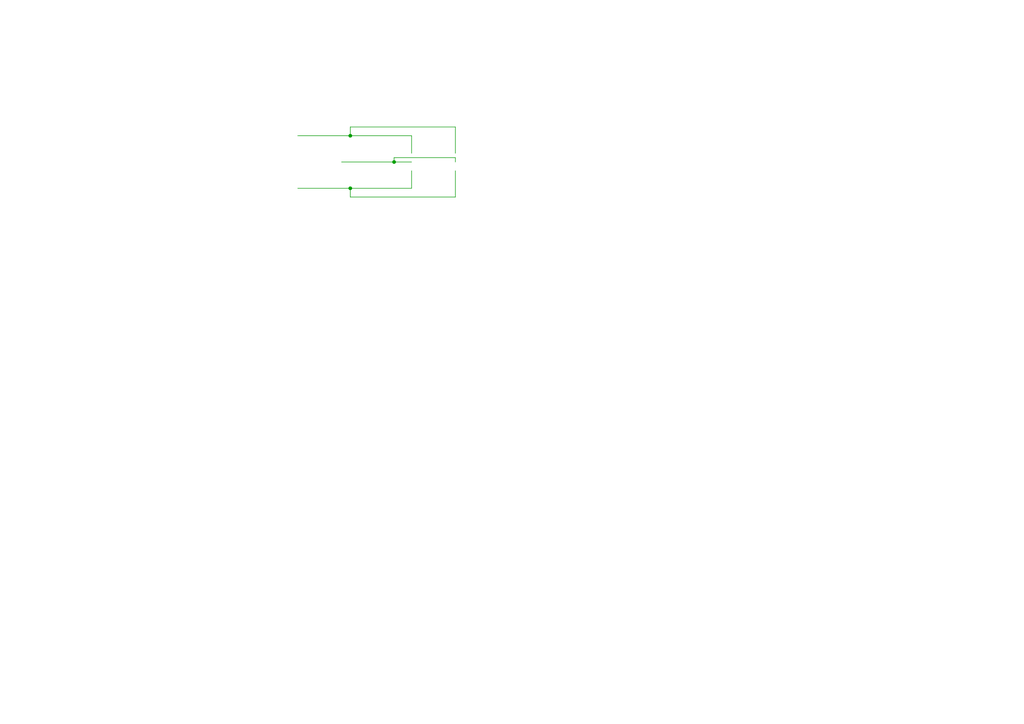
<source format=kicad_sch>
(kicad_sch (version 20230121) (generator eeschema)
  (paper "A4")
  (lib_symbols)
  (junction (at 114.3 46.99))
  (junction (at 101.6 54.61))
  (junction (at 101.6 39.37))
  (wire (pts (xy 132.08 45.72) (xy 114.3 45.72)))
  (wire (pts (xy 101.6 57.15) (xy 101.6 54.61)))
  (wire (pts (xy 132.08 36.83) (xy 101.6 36.83)))
  (wire (pts (xy 119.38 39.37) (xy 119.38 44.45)))
  (wire (pts (xy 101.6 36.83) (xy 101.6 39.37)))
  (wire (pts (xy 114.3 45.72) (xy 114.3 46.99)))
  (wire (pts (xy 132.08 44.45) (xy 132.08 36.83)))
  (wire (pts (xy 86.36 54.61) (xy 101.6 54.61)))
  (wire (pts (xy 101.6 39.37) (xy 119.38 39.37)))
  (wire (pts (xy 114.3 46.99) (xy 119.38 46.99)))
  (wire (pts (xy 119.38 54.61) (xy 119.38 49.53)))
  (wire (pts (xy 86.36 39.37) (xy 101.6 39.37)))
  (wire (pts (xy 101.6 54.61) (xy 119.38 54.61)))
  (wire (pts (xy 99.06 46.99) (xy 114.3 46.99)))
  (wire (pts (xy 132.08 46.99) (xy 132.08 45.72)))
  (wire (pts (xy 132.08 49.53) (xy 132.08 57.15)))
  (wire (pts (xy 132.08 57.15) (xy 101.6 57.15)))
  (symbol (lib_id "CONN_01X01") (at 36.83 59.69 270) (unit 1)
    (property "Reference" "P2" (at 39.37 59.69 0))
    (property "Value" "CONN_01X01" (at 36.83 62.23 90))
    (property "Footprint" "Connectors:Banana_Socket_Shrouded_Multi-Conntact_SLB4" (effects hide))
  )
  (symbol (lib_id "CONN_01X01") (at 36.83 34.29 90) (unit 1)
    (property "Reference" "P1" (at 34.29 34.29 0))
    (property "Value" "CONN_01X01" (at 36.83 31.75 90))
    (property "Footprint" "Connectors:Banana_Socket_Shrouded_Multi-Conntact_SLB4" (effects hide))
  )
  (symbol (lib_id "CONN_01X01") (at 44.45 46.99 180) (unit 1)
    (property "Reference" "P3" (at 44.45 49.53 0))
    (property "Value" "CONN_01X01" (at 41.91 46.99 90))
    (property "Footprint" "Connectors:Banana_Socket_Shrouded_Multi-Conntact_SLB4" (effects hide))
  )
  (symbol (lib_id "CONN_01X01") (at 101.6 59.69 270) (unit 1)
    (property "Reference" "P9" (at 104.14 59.69 0))
    (property "Value" "CONN_01X01" (at 101.6 62.23 90))
    (property "Footprint" "Connectors:Spade_6.3mm" (effects hide))
  )
  (symbol (lib_id "CONN_01X01") (at 101.6 34.29 90) (unit 1)
    (property "Reference" "P8" (at 99.06 34.29 0))
    (property "Value" "CONN_01X01" (at 101.6 31.75 90))
    (property "Footprint" "Connectors:Spade_6.3mm" (effects hide))
  )
  (symbol (lib_id "CONN_01X01") (at 109.22 46.99 180) (unit 1)
    (property "Reference" "P10" (at 109.22 49.53 0))
    (property "Value" "CONN_01X01" (at 106.68 46.99 90))
    (property "Footprint" "Connectors:Spade_6.3mm" (effects hide))
  )
  (symbol (lib_id "CONN_02X03") (at 125.73 46.99 0) (unit 1)
    (property "Reference" "P4" (at 125.73 41.91 0))
    (property "Value" "CONN_02X03" (at 125.73 52.07 0))
    (property "Footprint" "Socket_Strips:Socket_Strip_Straight_2x03" (effects hide))
  )
  (symbol (lib_id "CONN_01X01") (at 86.36 59.69 270) (unit 1)
    (property "Reference" "P6" (at 88.9 59.69 0))
    (property "Value" "CONN_01X01" (at 86.36 62.23 90))
    (property "Footprint" "Connectors:Banana_Plug_Friction_Fit" (effects hide))
  )
  (symbol (lib_id "CONN_01X01") (at 86.36 34.29 90) (unit 1)
    (property "Reference" "P5" (at 83.82 34.29 0))
    (property "Value" "CONN_01X01" (at 86.36 31.75 90))
    (property "Footprint" "Connectors:Banana_Plug_Friction_Fit" (effects hide))
  )
  (symbol (lib_id "CONN_01X01") (at 93.98 46.99 180) (unit 1)
    (property "Reference" "P7" (at 93.98 49.53 0))
    (property "Value" "CONN_01X01" (at 91.44 46.99 90))
    (property "Footprint" "Connectors:Banana_Plug_Friction_Fit" (effects hide))
  )
)
</source>
